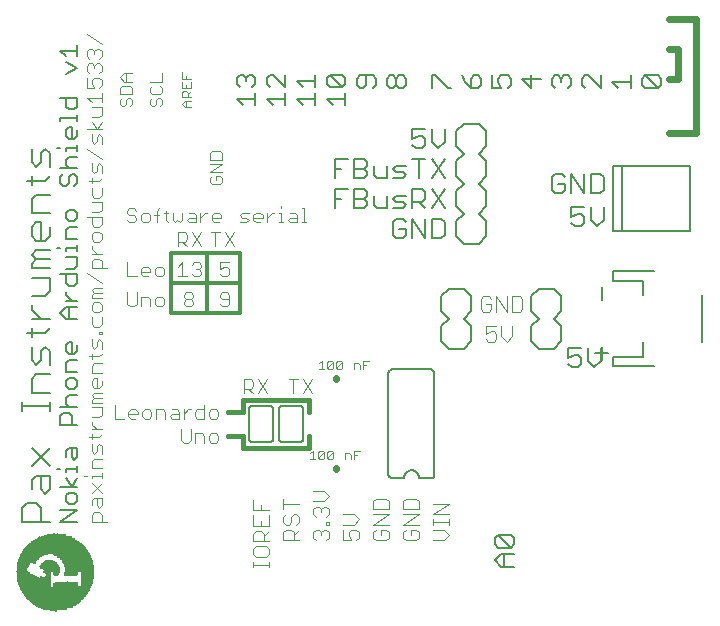
<source format=gto>
G75*
%MOIN*%
%OFA0B0*%
%FSLAX25Y25*%
%IPPOS*%
%LPD*%
%AMOC8*
5,1,8,0,0,1.08239X$1,22.5*
%
%ADD10C,0.00500*%
%ADD11C,0.00400*%
%ADD12C,0.00600*%
%ADD13C,0.00800*%
%ADD14C,0.00300*%
%ADD15C,0.02400*%
%ADD16C,0.01600*%
%ADD17C,0.01200*%
%ADD18R,0.00100X0.01600*%
%ADD19R,0.00100X0.03600*%
%ADD20R,0.00100X0.04800*%
%ADD21R,0.00100X0.05800*%
%ADD22R,0.00100X0.06600*%
%ADD23R,0.00100X0.07300*%
%ADD24R,0.00100X0.08000*%
%ADD25R,0.00100X0.08600*%
%ADD26R,0.00100X0.09100*%
%ADD27R,0.00100X0.09600*%
%ADD28R,0.00100X0.10100*%
%ADD29R,0.00100X0.10600*%
%ADD30R,0.00100X0.11000*%
%ADD31R,0.00100X0.11400*%
%ADD32R,0.00100X0.11800*%
%ADD33R,0.00100X0.12200*%
%ADD34R,0.00100X0.12600*%
%ADD35R,0.00100X0.12900*%
%ADD36R,0.00100X0.13200*%
%ADD37R,0.00100X0.13600*%
%ADD38R,0.00100X0.13800*%
%ADD39R,0.00100X0.14200*%
%ADD40R,0.00100X0.14400*%
%ADD41R,0.00100X0.14800*%
%ADD42R,0.00100X0.15000*%
%ADD43R,0.00100X0.15300*%
%ADD44R,0.00100X0.15600*%
%ADD45R,0.00100X0.15800*%
%ADD46R,0.00100X0.16100*%
%ADD47R,0.00100X0.16400*%
%ADD48R,0.00100X0.16600*%
%ADD49R,0.00100X0.16800*%
%ADD50R,0.00100X0.17000*%
%ADD51R,0.00100X0.17200*%
%ADD52R,0.00100X0.17500*%
%ADD53R,0.00100X0.17700*%
%ADD54R,0.00100X0.17900*%
%ADD55R,0.00100X0.18100*%
%ADD56R,0.00100X0.18300*%
%ADD57R,0.00100X0.18500*%
%ADD58R,0.00100X0.18700*%
%ADD59R,0.00100X0.18900*%
%ADD60R,0.00100X0.19000*%
%ADD61R,0.00100X0.04900*%
%ADD62R,0.00100X0.09300*%
%ADD63R,0.00100X0.05000*%
%ADD64R,0.00100X0.09400*%
%ADD65R,0.00100X0.05100*%
%ADD66R,0.00100X0.09500*%
%ADD67R,0.00100X0.05200*%
%ADD68R,0.00100X0.05300*%
%ADD69R,0.00100X0.09700*%
%ADD70R,0.00100X0.09800*%
%ADD71R,0.00100X0.05400*%
%ADD72R,0.00100X0.05500*%
%ADD73R,0.00100X0.09900*%
%ADD74R,0.00100X0.05600*%
%ADD75R,0.00100X0.10000*%
%ADD76R,0.00100X0.05700*%
%ADD77R,0.00100X0.10200*%
%ADD78R,0.00100X0.06900*%
%ADD79R,0.00100X0.11300*%
%ADD80R,0.00100X0.07200*%
%ADD81R,0.00100X0.11600*%
%ADD82R,0.00100X0.07400*%
%ADD83R,0.00100X0.07500*%
%ADD84R,0.00100X0.11900*%
%ADD85R,0.00100X0.07700*%
%ADD86R,0.00100X0.12000*%
%ADD87R,0.00100X0.07800*%
%ADD88R,0.00100X0.07900*%
%ADD89R,0.00100X0.12300*%
%ADD90R,0.00100X0.12400*%
%ADD91R,0.00100X0.12500*%
%ADD92R,0.00100X0.08100*%
%ADD93R,0.00100X0.08200*%
%ADD94R,0.00100X0.08300*%
%ADD95R,0.00100X0.12700*%
%ADD96R,0.00100X0.08400*%
%ADD97R,0.00100X0.12800*%
%ADD98R,0.00100X0.08500*%
%ADD99R,0.00100X0.13000*%
%ADD100R,0.00100X0.13100*%
%ADD101R,0.00100X0.08700*%
%ADD102R,0.00100X0.08800*%
%ADD103R,0.00100X0.08900*%
%ADD104R,0.00100X0.13300*%
%ADD105R,0.00100X0.13400*%
%ADD106R,0.00100X0.09000*%
%ADD107R,0.00100X0.13500*%
%ADD108R,0.00100X0.09200*%
%ADD109R,0.00100X0.13700*%
%ADD110R,0.00100X0.01100*%
%ADD111R,0.00100X0.10800*%
%ADD112R,0.00100X0.00600*%
%ADD113R,0.00100X0.10400*%
%ADD114R,0.00100X0.00300*%
%ADD115R,0.00100X0.00700*%
%ADD116R,0.00100X0.01800*%
%ADD117R,0.00100X0.02400*%
%ADD118R,0.00100X0.02800*%
%ADD119R,0.00100X0.03200*%
%ADD120R,0.00100X0.03900*%
%ADD121R,0.00100X0.04100*%
%ADD122R,0.00100X0.07600*%
%ADD123R,0.00100X0.04200*%
%ADD124R,0.00100X0.04300*%
%ADD125R,0.00100X0.04400*%
%ADD126R,0.00100X0.04500*%
%ADD127R,0.00100X0.04600*%
%ADD128R,0.00100X0.04700*%
%ADD129R,0.00100X0.07100*%
%ADD130R,0.00100X0.07000*%
%ADD131R,0.00100X0.03700*%
%ADD132R,0.00100X0.03800*%
%ADD133R,0.00100X0.06800*%
%ADD134R,0.00100X0.16900*%
%ADD135R,0.00100X0.06700*%
%ADD136R,0.00100X0.16700*%
%ADD137R,0.00100X0.16500*%
%ADD138R,0.00100X0.11700*%
%ADD139R,0.00100X0.11500*%
%ADD140R,0.00100X0.11200*%
%ADD141R,0.00100X0.11100*%
%ADD142R,0.00100X0.10900*%
%ADD143R,0.00100X0.10700*%
%ADD144R,0.00100X0.10500*%
%ADD145R,0.00100X0.04000*%
%ADD146R,0.00100X0.00500*%
%ADD147R,0.00100X0.02900*%
%ADD148R,0.00100X0.02700*%
%ADD149R,0.00100X0.02500*%
%ADD150R,0.00100X0.02300*%
%ADD151R,0.00100X0.02200*%
%ADD152R,0.00100X0.02000*%
%ADD153R,0.00100X0.01700*%
%ADD154R,0.00100X0.01500*%
%ADD155R,0.00100X0.01300*%
%ADD156R,0.00100X0.10300*%
%ADD157R,0.00100X0.00800*%
%ADD158R,0.00100X0.00200*%
%ADD159R,0.00100X0.16200*%
%ADD160R,0.00100X0.16000*%
%ADD161R,0.00100X0.15500*%
%ADD162R,0.00100X0.15200*%
%ADD163R,0.00100X0.14700*%
%ADD164R,0.00100X0.14100*%
%ADD165R,0.00100X0.06400*%
%ADD166R,0.00100X0.03100*%
%ADD167C,0.02200*%
D10*
X0080369Y0066183D02*
X0086274Y0070120D01*
X0080369Y0070120D01*
X0082337Y0073060D02*
X0083321Y0072076D01*
X0085289Y0072076D01*
X0086274Y0073060D01*
X0086274Y0075029D01*
X0085289Y0076013D01*
X0083321Y0076013D01*
X0082337Y0075029D01*
X0082337Y0073060D01*
X0084305Y0077969D02*
X0082337Y0080922D01*
X0082337Y0082880D02*
X0082337Y0083864D01*
X0086274Y0083864D01*
X0086274Y0082880D02*
X0086274Y0084848D01*
X0085289Y0086809D02*
X0084305Y0087793D01*
X0084305Y0090745D01*
X0083321Y0090745D02*
X0086274Y0090745D01*
X0086274Y0087793D01*
X0085289Y0086809D01*
X0082337Y0087793D02*
X0082337Y0089761D01*
X0083321Y0090745D01*
X0080369Y0083864D02*
X0079384Y0083864D01*
X0080369Y0077969D02*
X0086274Y0077969D01*
X0084305Y0077969D02*
X0086274Y0080922D01*
X0086274Y0066183D02*
X0080369Y0066183D01*
X0080369Y0098595D02*
X0080369Y0101547D01*
X0081353Y0102531D01*
X0083321Y0102531D01*
X0084305Y0101547D01*
X0084305Y0098595D01*
X0086274Y0098595D02*
X0080369Y0098595D01*
X0080369Y0104488D02*
X0086274Y0104488D01*
X0083321Y0104488D02*
X0082337Y0105472D01*
X0082337Y0107440D01*
X0083321Y0108424D01*
X0086274Y0108424D01*
X0085289Y0110381D02*
X0083321Y0110381D01*
X0082337Y0111365D01*
X0082337Y0113333D01*
X0083321Y0114318D01*
X0085289Y0114318D01*
X0086274Y0113333D01*
X0086274Y0111365D01*
X0085289Y0110381D01*
X0086274Y0116274D02*
X0082337Y0116274D01*
X0082337Y0119226D01*
X0083321Y0120211D01*
X0086274Y0120211D01*
X0085289Y0122167D02*
X0083321Y0122167D01*
X0082337Y0123151D01*
X0082337Y0125119D01*
X0083321Y0126104D01*
X0084305Y0126104D01*
X0084305Y0122167D01*
X0085289Y0122167D02*
X0086274Y0123151D01*
X0086274Y0125119D01*
X0086274Y0133953D02*
X0082337Y0133953D01*
X0080369Y0135921D01*
X0082337Y0137890D01*
X0086274Y0137890D01*
X0086274Y0139846D02*
X0082337Y0139846D01*
X0084305Y0139846D02*
X0082337Y0141814D01*
X0082337Y0142799D01*
X0083321Y0144757D02*
X0082337Y0145741D01*
X0082337Y0148694D01*
X0082337Y0150650D02*
X0085289Y0150650D01*
X0086274Y0151634D01*
X0086274Y0154587D01*
X0082337Y0154587D01*
X0082337Y0156543D02*
X0082337Y0157527D01*
X0086274Y0157527D01*
X0086274Y0156543D02*
X0086274Y0158511D01*
X0086274Y0160472D02*
X0082337Y0160472D01*
X0082337Y0163424D01*
X0083321Y0164408D01*
X0086274Y0164408D01*
X0085289Y0166365D02*
X0086274Y0167349D01*
X0086274Y0169317D01*
X0085289Y0170301D01*
X0083321Y0170301D01*
X0082337Y0169317D01*
X0082337Y0167349D01*
X0083321Y0166365D01*
X0085289Y0166365D01*
X0080369Y0157527D02*
X0079384Y0157527D01*
X0080369Y0148694D02*
X0086274Y0148694D01*
X0086274Y0145741D01*
X0085289Y0144757D01*
X0083321Y0144757D01*
X0083321Y0137890D02*
X0083321Y0133953D01*
X0082337Y0178151D02*
X0081353Y0178151D01*
X0080369Y0179135D01*
X0080369Y0181103D01*
X0081353Y0182087D01*
X0080369Y0184044D02*
X0086274Y0184044D01*
X0085289Y0182087D02*
X0086274Y0181103D01*
X0086274Y0179135D01*
X0085289Y0178151D01*
X0083321Y0179135D02*
X0083321Y0181103D01*
X0084305Y0182087D01*
X0085289Y0182087D01*
X0083321Y0184044D02*
X0082337Y0185028D01*
X0082337Y0186996D01*
X0083321Y0187980D01*
X0086274Y0187980D01*
X0086274Y0189937D02*
X0086274Y0191905D01*
X0086274Y0190921D02*
X0082337Y0190921D01*
X0082337Y0189937D01*
X0080369Y0190921D02*
X0079384Y0190921D01*
X0082337Y0194850D02*
X0083321Y0193866D01*
X0085289Y0193866D01*
X0086274Y0194850D01*
X0086274Y0196818D01*
X0084305Y0197802D02*
X0084305Y0193866D01*
X0082337Y0194850D02*
X0082337Y0196818D01*
X0083321Y0197802D01*
X0084305Y0197802D01*
X0086274Y0199759D02*
X0086274Y0201727D01*
X0086274Y0200743D02*
X0080369Y0200743D01*
X0080369Y0199759D01*
X0083321Y0203687D02*
X0082337Y0204671D01*
X0082337Y0207624D01*
X0080369Y0207624D02*
X0086274Y0207624D01*
X0086274Y0204671D01*
X0085289Y0203687D01*
X0083321Y0203687D01*
X0082337Y0215473D02*
X0086274Y0217442D01*
X0082337Y0219410D01*
X0082337Y0221366D02*
X0080369Y0223335D01*
X0086274Y0223335D01*
X0086274Y0225303D02*
X0086274Y0221366D01*
X0139468Y0214158D02*
X0139468Y0212123D01*
X0140486Y0211106D01*
X0142521Y0213141D02*
X0142521Y0214158D01*
X0143539Y0215176D01*
X0144556Y0215176D01*
X0145574Y0214158D01*
X0145574Y0212123D01*
X0144556Y0211106D01*
X0145574Y0209099D02*
X0145574Y0205029D01*
X0145574Y0207064D02*
X0139468Y0207064D01*
X0141503Y0205029D01*
X0149468Y0207064D02*
X0155574Y0207064D01*
X0155574Y0205029D02*
X0155574Y0209099D01*
X0155574Y0211106D02*
X0151503Y0215176D01*
X0150486Y0215176D01*
X0149468Y0214158D01*
X0149468Y0212123D01*
X0150486Y0211106D01*
X0149468Y0207064D02*
X0151503Y0205029D01*
X0155574Y0211106D02*
X0155574Y0215176D01*
X0159468Y0213141D02*
X0165574Y0213141D01*
X0165574Y0211106D02*
X0165574Y0215176D01*
X0169468Y0214158D02*
X0169468Y0212123D01*
X0170486Y0211106D01*
X0174556Y0211106D01*
X0170486Y0215176D01*
X0174556Y0215176D01*
X0175574Y0214158D01*
X0175574Y0212123D01*
X0174556Y0211106D01*
X0175574Y0209099D02*
X0175574Y0205029D01*
X0175574Y0207064D02*
X0169468Y0207064D01*
X0171503Y0205029D01*
X0165574Y0205029D02*
X0165574Y0209099D01*
X0165574Y0207064D02*
X0159468Y0207064D01*
X0161503Y0205029D01*
X0161503Y0211106D02*
X0159468Y0213141D01*
X0169468Y0214158D02*
X0170486Y0215176D01*
X0142521Y0214158D02*
X0141503Y0215176D01*
X0140486Y0215176D01*
X0139468Y0214158D01*
X0083321Y0179135D02*
X0082337Y0178151D01*
X0264728Y0184681D02*
X0264728Y0163028D01*
X0267681Y0163028D01*
X0267681Y0184681D01*
X0290319Y0184681D01*
X0290319Y0163028D01*
X0267681Y0163028D01*
X0267681Y0184681D02*
X0264728Y0184681D01*
D11*
X0233639Y0141538D02*
X0231036Y0141538D01*
X0231036Y0136333D01*
X0233639Y0136333D01*
X0234506Y0137200D01*
X0234506Y0140670D01*
X0233639Y0141538D01*
X0229350Y0141538D02*
X0229350Y0136333D01*
X0225880Y0141538D01*
X0225880Y0136333D01*
X0224193Y0137200D02*
X0224193Y0138935D01*
X0222458Y0138935D01*
X0220724Y0137200D02*
X0221591Y0136333D01*
X0223326Y0136333D01*
X0224193Y0137200D01*
X0220724Y0137200D02*
X0220724Y0140670D01*
X0221591Y0141538D01*
X0223326Y0141538D01*
X0224193Y0140670D01*
X0225880Y0131538D02*
X0222411Y0131538D01*
X0222411Y0128935D01*
X0224146Y0129803D01*
X0225013Y0129803D01*
X0225880Y0128935D01*
X0225880Y0127200D01*
X0225013Y0126333D01*
X0223278Y0126333D01*
X0222411Y0127200D01*
X0227567Y0128068D02*
X0227567Y0131538D01*
X0231037Y0131538D02*
X0231037Y0128068D01*
X0229302Y0126333D01*
X0227567Y0128068D01*
X0164397Y0113737D02*
X0161328Y0109133D01*
X0164397Y0109133D02*
X0161328Y0113737D01*
X0159793Y0113737D02*
X0156724Y0113737D01*
X0158258Y0113737D02*
X0158258Y0109133D01*
X0149397Y0109133D02*
X0146328Y0113737D01*
X0144793Y0112970D02*
X0144793Y0111435D01*
X0144026Y0110668D01*
X0141724Y0110668D01*
X0143258Y0110668D02*
X0144793Y0109133D01*
X0146328Y0109133D02*
X0149397Y0113737D01*
X0144793Y0112970D02*
X0144026Y0113737D01*
X0141724Y0113737D01*
X0141724Y0109133D01*
X0133189Y0102935D02*
X0133189Y0101400D01*
X0132422Y0100633D01*
X0130887Y0100633D01*
X0130120Y0101400D01*
X0130120Y0102935D01*
X0130887Y0103702D01*
X0132422Y0103702D01*
X0133189Y0102935D01*
X0128585Y0103702D02*
X0126283Y0103702D01*
X0125516Y0102935D01*
X0125516Y0101400D01*
X0126283Y0100633D01*
X0128585Y0100633D01*
X0128585Y0105237D01*
X0123981Y0103702D02*
X0123214Y0103702D01*
X0121679Y0102168D01*
X0121679Y0103702D02*
X0121679Y0100633D01*
X0120144Y0100633D02*
X0120144Y0102935D01*
X0119377Y0103702D01*
X0117842Y0103702D01*
X0117842Y0102168D02*
X0120144Y0102168D01*
X0120144Y0100633D02*
X0117842Y0100633D01*
X0117075Y0101400D01*
X0117842Y0102168D01*
X0115541Y0102935D02*
X0115541Y0100633D01*
X0115541Y0102935D02*
X0114773Y0103702D01*
X0112471Y0103702D01*
X0112471Y0100633D01*
X0110937Y0101400D02*
X0110937Y0102935D01*
X0110169Y0103702D01*
X0108635Y0103702D01*
X0107867Y0102935D01*
X0107867Y0101400D01*
X0108635Y0100633D01*
X0110169Y0100633D01*
X0110937Y0101400D01*
X0106333Y0102168D02*
X0103263Y0102168D01*
X0103263Y0102935D02*
X0104031Y0103702D01*
X0105565Y0103702D01*
X0106333Y0102935D01*
X0106333Y0102168D01*
X0105565Y0100633D02*
X0104031Y0100633D01*
X0103263Y0101400D01*
X0103263Y0102935D01*
X0101729Y0100633D02*
X0098659Y0100633D01*
X0098659Y0105237D01*
X0094324Y0105988D02*
X0091054Y0105988D01*
X0091054Y0106805D01*
X0091872Y0107622D01*
X0091054Y0108440D01*
X0091872Y0109257D01*
X0094324Y0109257D01*
X0094324Y0107622D02*
X0091872Y0107622D01*
X0091872Y0110868D02*
X0091054Y0111685D01*
X0091054Y0113320D01*
X0091872Y0114137D01*
X0092689Y0114137D01*
X0092689Y0110868D01*
X0093506Y0110868D02*
X0091872Y0110868D01*
X0093506Y0110868D02*
X0094324Y0111685D01*
X0094324Y0113320D01*
X0094324Y0115748D02*
X0091054Y0115748D01*
X0091054Y0118200D01*
X0091872Y0119018D01*
X0094324Y0119018D01*
X0093506Y0121446D02*
X0090237Y0121446D01*
X0091054Y0122263D02*
X0091054Y0120628D01*
X0093506Y0121446D02*
X0094324Y0122263D01*
X0094324Y0123882D02*
X0094324Y0126334D01*
X0093506Y0127151D01*
X0092689Y0126334D01*
X0092689Y0124699D01*
X0091872Y0123882D01*
X0091054Y0124699D01*
X0091054Y0127151D01*
X0093506Y0128762D02*
X0093506Y0129579D01*
X0094324Y0129579D01*
X0094324Y0128762D01*
X0093506Y0128762D01*
X0093506Y0131202D02*
X0094324Y0132019D01*
X0094324Y0134471D01*
X0093506Y0136082D02*
X0094324Y0136899D01*
X0094324Y0138534D01*
X0093506Y0139352D01*
X0091872Y0139352D01*
X0091054Y0138534D01*
X0091054Y0136899D01*
X0091872Y0136082D01*
X0093506Y0136082D01*
X0091054Y0134471D02*
X0091054Y0132019D01*
X0091872Y0131202D01*
X0093506Y0131202D01*
X0102912Y0138900D02*
X0103679Y0138133D01*
X0105214Y0138133D01*
X0105981Y0138900D01*
X0105981Y0142737D01*
X0107516Y0141202D02*
X0109818Y0141202D01*
X0110585Y0140435D01*
X0110585Y0138133D01*
X0112120Y0138900D02*
X0112120Y0140435D01*
X0112887Y0141202D01*
X0114422Y0141202D01*
X0115189Y0140435D01*
X0115189Y0138900D01*
X0114422Y0138133D01*
X0112887Y0138133D01*
X0112120Y0138900D01*
X0107516Y0138133D02*
X0107516Y0141202D01*
X0102912Y0142737D02*
X0102912Y0138900D01*
X0094324Y0140962D02*
X0091054Y0140962D01*
X0091054Y0141780D01*
X0091872Y0142597D01*
X0091054Y0143414D01*
X0091872Y0144232D01*
X0094324Y0144232D01*
X0094324Y0145842D02*
X0089419Y0149112D01*
X0091054Y0150723D02*
X0091054Y0153175D01*
X0091872Y0153992D01*
X0093506Y0153992D01*
X0094324Y0153175D01*
X0094324Y0150723D01*
X0095958Y0150723D02*
X0091054Y0150723D01*
X0091054Y0155603D02*
X0094324Y0155603D01*
X0092689Y0155603D02*
X0091054Y0157238D01*
X0091054Y0158055D01*
X0091872Y0159670D02*
X0091054Y0160487D01*
X0091054Y0162122D01*
X0091872Y0162939D01*
X0093506Y0162939D01*
X0094324Y0162122D01*
X0094324Y0160487D01*
X0093506Y0159670D01*
X0091872Y0159670D01*
X0091872Y0164550D02*
X0091054Y0165367D01*
X0091054Y0167819D01*
X0091054Y0169430D02*
X0093506Y0169430D01*
X0094324Y0170247D01*
X0094324Y0172699D01*
X0091054Y0172699D01*
X0091872Y0174310D02*
X0091054Y0175127D01*
X0091054Y0177580D01*
X0091054Y0179190D02*
X0091054Y0180825D01*
X0090237Y0180008D02*
X0093506Y0180008D01*
X0094324Y0180825D01*
X0094324Y0182444D02*
X0094324Y0184896D01*
X0093506Y0185713D01*
X0092689Y0184896D01*
X0092689Y0183261D01*
X0091872Y0182444D01*
X0091054Y0183261D01*
X0091054Y0185713D01*
X0094324Y0187324D02*
X0089419Y0190593D01*
X0091054Y0193021D02*
X0091054Y0195474D01*
X0092689Y0194656D02*
X0092689Y0193021D01*
X0091872Y0192204D01*
X0091054Y0193021D01*
X0092689Y0194656D02*
X0093506Y0195474D01*
X0094324Y0194656D01*
X0094324Y0192204D01*
X0094324Y0197084D02*
X0089419Y0197084D01*
X0091054Y0199536D02*
X0092689Y0197084D01*
X0094324Y0199536D01*
X0093506Y0201151D02*
X0094324Y0201968D01*
X0094324Y0204420D01*
X0091054Y0204420D01*
X0091054Y0206031D02*
X0089419Y0207666D01*
X0094324Y0207666D01*
X0094324Y0206031D02*
X0094324Y0209301D01*
X0093506Y0210911D02*
X0094324Y0211729D01*
X0094324Y0213363D01*
X0093506Y0214181D01*
X0091872Y0214181D01*
X0091054Y0213363D01*
X0091054Y0212546D01*
X0091872Y0210911D01*
X0089419Y0210911D01*
X0089419Y0214181D01*
X0090237Y0215792D02*
X0089419Y0216609D01*
X0089419Y0218244D01*
X0090237Y0219061D01*
X0091054Y0219061D01*
X0091872Y0218244D01*
X0092689Y0219061D01*
X0093506Y0219061D01*
X0094324Y0218244D01*
X0094324Y0216609D01*
X0093506Y0215792D01*
X0091872Y0217426D02*
X0091872Y0218244D01*
X0093506Y0220672D02*
X0094324Y0221489D01*
X0094324Y0223124D01*
X0093506Y0223941D01*
X0092689Y0223941D01*
X0091872Y0223124D01*
X0091872Y0222306D01*
X0091872Y0223124D02*
X0091054Y0223941D01*
X0090237Y0223941D01*
X0089419Y0223124D01*
X0089419Y0221489D01*
X0090237Y0220672D01*
X0094324Y0225552D02*
X0089419Y0228821D01*
X0101838Y0215725D02*
X0100470Y0214357D01*
X0101838Y0212990D01*
X0104574Y0212990D01*
X0103890Y0211582D02*
X0101154Y0211582D01*
X0100470Y0210898D01*
X0100470Y0208846D01*
X0104574Y0208846D01*
X0104574Y0210898D01*
X0103890Y0211582D01*
X0102522Y0212990D02*
X0102522Y0215725D01*
X0101838Y0215725D02*
X0104574Y0215725D01*
X0110470Y0212990D02*
X0114574Y0212990D01*
X0114574Y0215725D01*
X0113890Y0211582D02*
X0114574Y0210898D01*
X0114574Y0209530D01*
X0113890Y0208846D01*
X0111154Y0208846D01*
X0110470Y0209530D01*
X0110470Y0210898D01*
X0111154Y0211582D01*
X0111154Y0207438D02*
X0110470Y0206754D01*
X0110470Y0205386D01*
X0111154Y0204702D01*
X0111838Y0204702D01*
X0112522Y0205386D01*
X0112522Y0206754D01*
X0113206Y0207438D01*
X0113890Y0207438D01*
X0114574Y0206754D01*
X0114574Y0205386D01*
X0113890Y0204702D01*
X0104574Y0205386D02*
X0103890Y0204702D01*
X0104574Y0205386D02*
X0104574Y0206754D01*
X0103890Y0207438D01*
X0103206Y0207438D01*
X0102522Y0206754D01*
X0102522Y0205386D01*
X0101838Y0204702D01*
X0101154Y0204702D01*
X0100470Y0205386D01*
X0100470Y0206754D01*
X0101154Y0207438D01*
X0093506Y0201151D02*
X0091054Y0201151D01*
X0094324Y0177580D02*
X0094324Y0175127D01*
X0093506Y0174310D01*
X0091872Y0174310D01*
X0094324Y0167819D02*
X0089419Y0167819D01*
X0091872Y0164550D02*
X0093506Y0164550D01*
X0094324Y0165367D01*
X0094324Y0167819D01*
X0102724Y0166900D02*
X0103491Y0166133D01*
X0105026Y0166133D01*
X0105793Y0166900D01*
X0105793Y0167668D01*
X0105026Y0168435D01*
X0103491Y0168435D01*
X0102724Y0169202D01*
X0102724Y0169970D01*
X0103491Y0170737D01*
X0105026Y0170737D01*
X0105793Y0169970D01*
X0107328Y0168435D02*
X0107328Y0166900D01*
X0108095Y0166133D01*
X0109630Y0166133D01*
X0110397Y0166900D01*
X0110397Y0168435D01*
X0109630Y0169202D01*
X0108095Y0169202D01*
X0107328Y0168435D01*
X0111931Y0168435D02*
X0113466Y0168435D01*
X0112699Y0169970D02*
X0112699Y0166133D01*
X0115768Y0166900D02*
X0116535Y0166133D01*
X0115768Y0166900D02*
X0115768Y0169970D01*
X0115001Y0169202D02*
X0116535Y0169202D01*
X0118070Y0169202D02*
X0118070Y0166900D01*
X0118837Y0166133D01*
X0119605Y0166900D01*
X0120372Y0166133D01*
X0121139Y0166900D01*
X0121139Y0169202D01*
X0123441Y0169202D02*
X0124976Y0169202D01*
X0125743Y0168435D01*
X0125743Y0166133D01*
X0123441Y0166133D01*
X0122674Y0166900D01*
X0123441Y0167668D01*
X0125743Y0167668D01*
X0127278Y0167668D02*
X0128813Y0169202D01*
X0129580Y0169202D01*
X0131114Y0168435D02*
X0131882Y0169202D01*
X0133416Y0169202D01*
X0134184Y0168435D01*
X0134184Y0167668D01*
X0131114Y0167668D01*
X0131114Y0168435D02*
X0131114Y0166900D01*
X0131882Y0166133D01*
X0133416Y0166133D01*
X0133793Y0162737D02*
X0130724Y0162737D01*
X0132258Y0162737D02*
X0132258Y0158133D01*
X0135328Y0158133D02*
X0138397Y0162737D01*
X0135328Y0162737D02*
X0138397Y0158133D01*
X0136793Y0152737D02*
X0133724Y0152737D01*
X0133724Y0150435D01*
X0135258Y0151202D01*
X0136026Y0151202D01*
X0136793Y0150435D01*
X0136793Y0148900D01*
X0136026Y0148133D01*
X0134491Y0148133D01*
X0133724Y0148900D01*
X0127397Y0148900D02*
X0127397Y0149668D01*
X0126630Y0150435D01*
X0125862Y0150435D01*
X0126630Y0150435D02*
X0127397Y0151202D01*
X0127397Y0151970D01*
X0126630Y0152737D01*
X0125095Y0152737D01*
X0124328Y0151970D01*
X0121258Y0152737D02*
X0121258Y0148133D01*
X0119724Y0148133D02*
X0122793Y0148133D01*
X0124328Y0148900D02*
X0125095Y0148133D01*
X0126630Y0148133D01*
X0127397Y0148900D01*
X0124026Y0142737D02*
X0124793Y0141970D01*
X0124793Y0141202D01*
X0124026Y0140435D01*
X0122491Y0140435D01*
X0121724Y0141202D01*
X0121724Y0141970D01*
X0122491Y0142737D01*
X0124026Y0142737D01*
X0124026Y0140435D02*
X0124793Y0139668D01*
X0124793Y0138900D01*
X0124026Y0138133D01*
X0122491Y0138133D01*
X0121724Y0138900D01*
X0121724Y0139668D01*
X0122491Y0140435D01*
X0114422Y0148133D02*
X0112887Y0148133D01*
X0112120Y0148900D01*
X0112120Y0150435D01*
X0112887Y0151202D01*
X0114422Y0151202D01*
X0115189Y0150435D01*
X0115189Y0148900D01*
X0114422Y0148133D01*
X0119724Y0151202D02*
X0121258Y0152737D01*
X0119724Y0158133D02*
X0119724Y0162737D01*
X0122026Y0162737D01*
X0122793Y0161970D01*
X0122793Y0160435D01*
X0122026Y0159668D01*
X0119724Y0159668D01*
X0121258Y0159668D02*
X0122793Y0158133D01*
X0124328Y0158133D02*
X0127397Y0162737D01*
X0124328Y0162737D02*
X0127397Y0158133D01*
X0127278Y0166133D02*
X0127278Y0169202D01*
X0131154Y0178702D02*
X0133890Y0178702D01*
X0134574Y0179386D01*
X0134574Y0180754D01*
X0133890Y0181438D01*
X0132522Y0181438D01*
X0132522Y0180070D01*
X0131154Y0178702D02*
X0130470Y0179386D01*
X0130470Y0180754D01*
X0131154Y0181438D01*
X0130470Y0182846D02*
X0134574Y0185582D01*
X0130470Y0185582D01*
X0130470Y0186990D02*
X0130470Y0189041D01*
X0131154Y0189725D01*
X0133890Y0189725D01*
X0134574Y0189041D01*
X0134574Y0186990D01*
X0130470Y0186990D01*
X0130470Y0182846D02*
X0134574Y0182846D01*
X0141090Y0169202D02*
X0140322Y0168435D01*
X0141090Y0167668D01*
X0142624Y0167668D01*
X0143392Y0166900D01*
X0142624Y0166133D01*
X0140322Y0166133D01*
X0141090Y0169202D02*
X0143392Y0169202D01*
X0144926Y0168435D02*
X0145694Y0169202D01*
X0147228Y0169202D01*
X0147996Y0168435D01*
X0147996Y0167668D01*
X0144926Y0167668D01*
X0144926Y0168435D02*
X0144926Y0166900D01*
X0145694Y0166133D01*
X0147228Y0166133D01*
X0149530Y0166133D02*
X0149530Y0169202D01*
X0149530Y0167668D02*
X0151065Y0169202D01*
X0151832Y0169202D01*
X0153367Y0169202D02*
X0154134Y0169202D01*
X0154134Y0166133D01*
X0153367Y0166133D02*
X0154901Y0166133D01*
X0156436Y0166900D02*
X0157203Y0167668D01*
X0159505Y0167668D01*
X0159505Y0168435D02*
X0159505Y0166133D01*
X0157203Y0166133D01*
X0156436Y0166900D01*
X0157203Y0169202D02*
X0158738Y0169202D01*
X0159505Y0168435D01*
X0161040Y0166133D02*
X0162575Y0166133D01*
X0161807Y0166133D02*
X0161807Y0170737D01*
X0161040Y0170737D01*
X0154134Y0170737D02*
X0154134Y0171504D01*
X0136026Y0142737D02*
X0134491Y0142737D01*
X0133724Y0141970D01*
X0133724Y0141202D01*
X0134491Y0140435D01*
X0136793Y0140435D01*
X0136793Y0138900D02*
X0136793Y0141970D01*
X0136026Y0142737D01*
X0136793Y0138900D02*
X0136026Y0138133D01*
X0134491Y0138133D01*
X0133724Y0138900D01*
X0110585Y0149668D02*
X0107516Y0149668D01*
X0107516Y0150435D02*
X0108283Y0151202D01*
X0109818Y0151202D01*
X0110585Y0150435D01*
X0110585Y0149668D01*
X0109818Y0148133D02*
X0108283Y0148133D01*
X0107516Y0148900D01*
X0107516Y0150435D01*
X0105981Y0148133D02*
X0102912Y0148133D01*
X0102912Y0152737D01*
X0094324Y0142597D02*
X0091872Y0142597D01*
X0112699Y0169970D02*
X0113466Y0170737D01*
X0094324Y0104377D02*
X0091054Y0104377D01*
X0091054Y0101108D02*
X0093506Y0101108D01*
X0094324Y0101925D01*
X0094324Y0104377D01*
X0091054Y0099493D02*
X0091054Y0098676D01*
X0092689Y0097041D01*
X0094324Y0097041D02*
X0091054Y0097041D01*
X0091054Y0095422D02*
X0091054Y0093787D01*
X0090237Y0094605D02*
X0093506Y0094605D01*
X0094324Y0095422D01*
X0093506Y0092177D02*
X0092689Y0091359D01*
X0092689Y0089725D01*
X0091872Y0088907D01*
X0091054Y0089725D01*
X0091054Y0092177D01*
X0093506Y0092177D02*
X0094324Y0091359D01*
X0094324Y0088907D01*
X0094324Y0087296D02*
X0091872Y0087296D01*
X0091054Y0086479D01*
X0091054Y0084027D01*
X0094324Y0084027D01*
X0094324Y0082408D02*
X0094324Y0080774D01*
X0094324Y0081591D02*
X0091054Y0081591D01*
X0091054Y0080774D01*
X0091054Y0079163D02*
X0094324Y0075893D01*
X0094324Y0074283D02*
X0094324Y0071831D01*
X0093506Y0071013D01*
X0092689Y0071831D01*
X0092689Y0074283D01*
X0091872Y0074283D02*
X0094324Y0074283D01*
X0091872Y0074283D02*
X0091054Y0073465D01*
X0091054Y0071831D01*
X0091872Y0069403D02*
X0091054Y0068585D01*
X0091054Y0066133D01*
X0095958Y0066133D01*
X0094324Y0066133D02*
X0094324Y0068585D01*
X0093506Y0069403D01*
X0091872Y0069403D01*
X0091054Y0075893D02*
X0094324Y0079163D01*
X0089419Y0081591D02*
X0088602Y0081591D01*
X0120912Y0093400D02*
X0121679Y0092633D01*
X0123214Y0092633D01*
X0123981Y0093400D01*
X0123981Y0097237D01*
X0125516Y0095702D02*
X0127818Y0095702D01*
X0128585Y0094935D01*
X0128585Y0092633D01*
X0130120Y0093400D02*
X0130887Y0092633D01*
X0132422Y0092633D01*
X0133189Y0093400D01*
X0133189Y0094935D01*
X0132422Y0095702D01*
X0130887Y0095702D01*
X0130120Y0094935D01*
X0130120Y0093400D01*
X0125516Y0092633D02*
X0125516Y0095702D01*
X0120912Y0097237D02*
X0120912Y0093400D01*
X0144919Y0073509D02*
X0144919Y0070040D01*
X0150124Y0070040D01*
X0150124Y0068353D02*
X0150124Y0064883D01*
X0144919Y0064883D01*
X0144919Y0068353D01*
X0147521Y0070040D02*
X0147521Y0071775D01*
X0147521Y0066618D02*
X0147521Y0064883D01*
X0147521Y0063197D02*
X0145787Y0063197D01*
X0144919Y0062329D01*
X0144919Y0059727D01*
X0150124Y0059727D01*
X0148389Y0059727D02*
X0148389Y0062329D01*
X0147521Y0063197D01*
X0148389Y0061462D02*
X0150124Y0063197D01*
X0154919Y0062735D02*
X0154919Y0060133D01*
X0160124Y0060133D01*
X0158389Y0060133D02*
X0158389Y0062735D01*
X0157521Y0063603D01*
X0155787Y0063603D01*
X0154919Y0062735D01*
X0155787Y0065289D02*
X0156654Y0065289D01*
X0157521Y0066157D01*
X0157521Y0067892D01*
X0158389Y0068759D01*
X0159256Y0068759D01*
X0160124Y0067892D01*
X0160124Y0066157D01*
X0159256Y0065289D01*
X0160124Y0063603D02*
X0158389Y0061868D01*
X0155787Y0065289D02*
X0154919Y0066157D01*
X0154919Y0067892D01*
X0155787Y0068759D01*
X0154919Y0070446D02*
X0154919Y0073915D01*
X0154919Y0072181D02*
X0160124Y0072181D01*
X0164919Y0073024D02*
X0168389Y0073024D01*
X0170124Y0074759D01*
X0168389Y0076494D01*
X0164919Y0076494D01*
X0165787Y0071337D02*
X0166654Y0071337D01*
X0167521Y0070470D01*
X0168389Y0071337D01*
X0169256Y0071337D01*
X0170124Y0070470D01*
X0170124Y0068735D01*
X0169256Y0067868D01*
X0169256Y0066157D02*
X0170124Y0066157D01*
X0170124Y0065289D01*
X0169256Y0065289D01*
X0169256Y0066157D01*
X0169256Y0063603D02*
X0170124Y0062735D01*
X0170124Y0061000D01*
X0169256Y0060133D01*
X0167521Y0061868D02*
X0167521Y0062735D01*
X0168389Y0063603D01*
X0169256Y0063603D01*
X0167521Y0062735D02*
X0166654Y0063603D01*
X0165787Y0063603D01*
X0164919Y0062735D01*
X0164919Y0061000D01*
X0165787Y0060133D01*
X0165787Y0067868D02*
X0164919Y0068735D01*
X0164919Y0070470D01*
X0165787Y0071337D01*
X0167521Y0070470D02*
X0167521Y0069602D01*
X0174919Y0068759D02*
X0178389Y0068759D01*
X0180124Y0067024D01*
X0178389Y0065289D01*
X0174919Y0065289D01*
X0174919Y0063603D02*
X0174919Y0060133D01*
X0177521Y0060133D01*
X0176654Y0061868D01*
X0176654Y0062735D01*
X0177521Y0063603D01*
X0179256Y0063603D01*
X0180124Y0062735D01*
X0180124Y0061000D01*
X0179256Y0060133D01*
X0184919Y0061000D02*
X0185787Y0060133D01*
X0189256Y0060133D01*
X0190124Y0061000D01*
X0190124Y0062735D01*
X0189256Y0063603D01*
X0187521Y0063603D01*
X0187521Y0061868D01*
X0185787Y0063603D02*
X0184919Y0062735D01*
X0184919Y0061000D01*
X0184919Y0065289D02*
X0190124Y0068759D01*
X0184919Y0068759D01*
X0184919Y0070446D02*
X0184919Y0073048D01*
X0185787Y0073915D01*
X0189256Y0073915D01*
X0190124Y0073048D01*
X0190124Y0070446D01*
X0184919Y0070446D01*
X0184919Y0065289D02*
X0190124Y0065289D01*
X0194919Y0065289D02*
X0200124Y0068759D01*
X0194919Y0068759D01*
X0194919Y0070446D02*
X0194919Y0073048D01*
X0195787Y0073915D01*
X0199256Y0073915D01*
X0200124Y0073048D01*
X0200124Y0070446D01*
X0194919Y0070446D01*
X0194919Y0065289D02*
X0200124Y0065289D01*
X0199256Y0063603D02*
X0197521Y0063603D01*
X0197521Y0061868D01*
X0195787Y0063603D02*
X0194919Y0062735D01*
X0194919Y0061000D01*
X0195787Y0060133D01*
X0199256Y0060133D01*
X0200124Y0061000D01*
X0200124Y0062735D01*
X0199256Y0063603D01*
X0204919Y0063603D02*
X0208389Y0063603D01*
X0210124Y0061868D01*
X0208389Y0060133D01*
X0204919Y0060133D01*
X0204919Y0065289D02*
X0204919Y0067024D01*
X0204919Y0066157D02*
X0210124Y0066157D01*
X0210124Y0067024D02*
X0210124Y0065289D01*
X0210124Y0068727D02*
X0204919Y0068727D01*
X0210124Y0072197D01*
X0204919Y0072197D01*
X0150124Y0057173D02*
X0149256Y0058040D01*
X0145787Y0058040D01*
X0144919Y0057173D01*
X0144919Y0055438D01*
X0145787Y0054571D01*
X0149256Y0054571D01*
X0150124Y0055438D01*
X0150124Y0057173D01*
X0150124Y0052868D02*
X0150124Y0051133D01*
X0150124Y0052000D02*
X0144919Y0052000D01*
X0144919Y0051133D02*
X0144919Y0052868D01*
D12*
X0144524Y0092933D02*
X0150524Y0092933D01*
X0150584Y0092935D01*
X0150645Y0092940D01*
X0150704Y0092949D01*
X0150763Y0092962D01*
X0150822Y0092978D01*
X0150879Y0092998D01*
X0150934Y0093021D01*
X0150989Y0093048D01*
X0151041Y0093077D01*
X0151092Y0093110D01*
X0151141Y0093146D01*
X0151187Y0093184D01*
X0151231Y0093226D01*
X0151273Y0093270D01*
X0151311Y0093316D01*
X0151347Y0093365D01*
X0151380Y0093416D01*
X0151409Y0093468D01*
X0151436Y0093523D01*
X0151459Y0093578D01*
X0151479Y0093635D01*
X0151495Y0093694D01*
X0151508Y0093753D01*
X0151517Y0093812D01*
X0151522Y0093873D01*
X0151524Y0093933D01*
X0151524Y0103933D01*
X0151522Y0103993D01*
X0151517Y0104054D01*
X0151508Y0104113D01*
X0151495Y0104172D01*
X0151479Y0104231D01*
X0151459Y0104288D01*
X0151436Y0104343D01*
X0151409Y0104398D01*
X0151380Y0104450D01*
X0151347Y0104501D01*
X0151311Y0104550D01*
X0151273Y0104596D01*
X0151231Y0104640D01*
X0151187Y0104682D01*
X0151141Y0104720D01*
X0151092Y0104756D01*
X0151041Y0104789D01*
X0150989Y0104818D01*
X0150934Y0104845D01*
X0150879Y0104868D01*
X0150822Y0104888D01*
X0150763Y0104904D01*
X0150704Y0104917D01*
X0150645Y0104926D01*
X0150584Y0104931D01*
X0150524Y0104933D01*
X0144524Y0104933D01*
X0144464Y0104931D01*
X0144403Y0104926D01*
X0144344Y0104917D01*
X0144285Y0104904D01*
X0144226Y0104888D01*
X0144169Y0104868D01*
X0144114Y0104845D01*
X0144059Y0104818D01*
X0144007Y0104789D01*
X0143956Y0104756D01*
X0143907Y0104720D01*
X0143861Y0104682D01*
X0143817Y0104640D01*
X0143775Y0104596D01*
X0143737Y0104550D01*
X0143701Y0104501D01*
X0143668Y0104450D01*
X0143639Y0104398D01*
X0143612Y0104343D01*
X0143589Y0104288D01*
X0143569Y0104231D01*
X0143553Y0104172D01*
X0143540Y0104113D01*
X0143531Y0104054D01*
X0143526Y0103993D01*
X0143524Y0103933D01*
X0143524Y0093933D01*
X0143526Y0093873D01*
X0143531Y0093812D01*
X0143540Y0093753D01*
X0143553Y0093694D01*
X0143569Y0093635D01*
X0143589Y0093578D01*
X0143612Y0093523D01*
X0143639Y0093468D01*
X0143668Y0093416D01*
X0143701Y0093365D01*
X0143737Y0093316D01*
X0143775Y0093270D01*
X0143817Y0093226D01*
X0143861Y0093184D01*
X0143907Y0093146D01*
X0143956Y0093110D01*
X0144007Y0093077D01*
X0144059Y0093048D01*
X0144114Y0093021D01*
X0144169Y0092998D01*
X0144226Y0092978D01*
X0144285Y0092962D01*
X0144344Y0092949D01*
X0144403Y0092940D01*
X0144464Y0092935D01*
X0144524Y0092933D01*
X0153524Y0093933D02*
X0153524Y0103933D01*
X0153526Y0103993D01*
X0153531Y0104054D01*
X0153540Y0104113D01*
X0153553Y0104172D01*
X0153569Y0104231D01*
X0153589Y0104288D01*
X0153612Y0104343D01*
X0153639Y0104398D01*
X0153668Y0104450D01*
X0153701Y0104501D01*
X0153737Y0104550D01*
X0153775Y0104596D01*
X0153817Y0104640D01*
X0153861Y0104682D01*
X0153907Y0104720D01*
X0153956Y0104756D01*
X0154007Y0104789D01*
X0154059Y0104818D01*
X0154114Y0104845D01*
X0154169Y0104868D01*
X0154226Y0104888D01*
X0154285Y0104904D01*
X0154344Y0104917D01*
X0154403Y0104926D01*
X0154464Y0104931D01*
X0154524Y0104933D01*
X0160524Y0104933D01*
X0160584Y0104931D01*
X0160645Y0104926D01*
X0160704Y0104917D01*
X0160763Y0104904D01*
X0160822Y0104888D01*
X0160879Y0104868D01*
X0160934Y0104845D01*
X0160989Y0104818D01*
X0161041Y0104789D01*
X0161092Y0104756D01*
X0161141Y0104720D01*
X0161187Y0104682D01*
X0161231Y0104640D01*
X0161273Y0104596D01*
X0161311Y0104550D01*
X0161347Y0104501D01*
X0161380Y0104450D01*
X0161409Y0104398D01*
X0161436Y0104343D01*
X0161459Y0104288D01*
X0161479Y0104231D01*
X0161495Y0104172D01*
X0161508Y0104113D01*
X0161517Y0104054D01*
X0161522Y0103993D01*
X0161524Y0103933D01*
X0161524Y0093933D01*
X0161522Y0093873D01*
X0161517Y0093812D01*
X0161508Y0093753D01*
X0161495Y0093694D01*
X0161479Y0093635D01*
X0161459Y0093578D01*
X0161436Y0093523D01*
X0161409Y0093468D01*
X0161380Y0093416D01*
X0161347Y0093365D01*
X0161311Y0093316D01*
X0161273Y0093270D01*
X0161231Y0093226D01*
X0161187Y0093184D01*
X0161141Y0093146D01*
X0161092Y0093110D01*
X0161041Y0093077D01*
X0160989Y0093048D01*
X0160934Y0093021D01*
X0160879Y0092998D01*
X0160822Y0092978D01*
X0160763Y0092962D01*
X0160704Y0092949D01*
X0160645Y0092940D01*
X0160584Y0092935D01*
X0160524Y0092933D01*
X0154524Y0092933D01*
X0154464Y0092935D01*
X0154403Y0092940D01*
X0154344Y0092949D01*
X0154285Y0092962D01*
X0154226Y0092978D01*
X0154169Y0092998D01*
X0154114Y0093021D01*
X0154059Y0093048D01*
X0154007Y0093077D01*
X0153956Y0093110D01*
X0153907Y0093146D01*
X0153861Y0093184D01*
X0153817Y0093226D01*
X0153775Y0093270D01*
X0153737Y0093316D01*
X0153701Y0093365D01*
X0153668Y0093416D01*
X0153639Y0093468D01*
X0153612Y0093523D01*
X0153589Y0093578D01*
X0153569Y0093635D01*
X0153553Y0093694D01*
X0153540Y0093753D01*
X0153531Y0093812D01*
X0153526Y0093873D01*
X0153524Y0093933D01*
X0225318Y0060881D02*
X0225318Y0058746D01*
X0226386Y0057679D01*
X0230656Y0057679D01*
X0226386Y0061949D01*
X0230656Y0061949D01*
X0231724Y0060881D01*
X0231724Y0058746D01*
X0230656Y0057679D01*
X0231724Y0055503D02*
X0227453Y0055503D01*
X0225318Y0053368D01*
X0227453Y0051233D01*
X0231724Y0051233D01*
X0228521Y0051233D02*
X0228521Y0055503D01*
X0225318Y0060881D02*
X0226386Y0061949D01*
X0251000Y0117733D02*
X0249933Y0118801D01*
X0251000Y0117733D02*
X0253135Y0117733D01*
X0254203Y0118801D01*
X0254203Y0120936D01*
X0253135Y0122003D01*
X0252068Y0122003D01*
X0249933Y0120936D01*
X0249933Y0124139D01*
X0254203Y0124139D01*
X0256378Y0124139D02*
X0256378Y0119868D01*
X0258513Y0117733D01*
X0260648Y0119868D01*
X0260648Y0124139D01*
X0261021Y0124558D02*
X0261021Y0120288D01*
X0258886Y0122423D02*
X0263156Y0122423D01*
X0261021Y0140288D02*
X0261021Y0144558D01*
X0259513Y0164733D02*
X0261648Y0166868D01*
X0261648Y0171139D01*
X0257378Y0171139D02*
X0257378Y0166868D01*
X0259513Y0164733D01*
X0255203Y0165801D02*
X0255203Y0167936D01*
X0254135Y0169003D01*
X0253068Y0169003D01*
X0250933Y0167936D01*
X0250933Y0171139D01*
X0255203Y0171139D01*
X0255203Y0175733D02*
X0255203Y0182139D01*
X0257378Y0182139D02*
X0260581Y0182139D01*
X0261648Y0181071D01*
X0261648Y0176801D01*
X0260581Y0175733D01*
X0257378Y0175733D01*
X0257378Y0182139D01*
X0250933Y0182139D02*
X0255203Y0175733D01*
X0250933Y0175733D02*
X0250933Y0182139D01*
X0248757Y0181071D02*
X0247690Y0182139D01*
X0245555Y0182139D01*
X0244487Y0181071D01*
X0244487Y0176801D01*
X0245555Y0175733D01*
X0247690Y0175733D01*
X0248757Y0176801D01*
X0248757Y0178936D01*
X0246622Y0178936D01*
X0250933Y0165801D02*
X0252000Y0164733D01*
X0254135Y0164733D01*
X0255203Y0165801D01*
X0208648Y0166071D02*
X0208648Y0161801D01*
X0207581Y0160733D01*
X0204378Y0160733D01*
X0204378Y0167139D01*
X0207581Y0167139D01*
X0208648Y0166071D01*
X0208648Y0170733D02*
X0204378Y0177139D01*
X0202203Y0176071D02*
X0202203Y0173936D01*
X0201135Y0172868D01*
X0197933Y0172868D01*
X0200068Y0172868D02*
X0202203Y0170733D01*
X0204378Y0170733D02*
X0208648Y0177139D01*
X0208648Y0180733D02*
X0204378Y0187139D01*
X0202203Y0187139D02*
X0197933Y0187139D01*
X0200068Y0187139D02*
X0200068Y0180733D01*
X0201135Y0177139D02*
X0197933Y0177139D01*
X0197933Y0170733D01*
X0195757Y0171801D02*
X0194690Y0172868D01*
X0192555Y0172868D01*
X0191487Y0173936D01*
X0192555Y0175003D01*
X0195757Y0175003D01*
X0195757Y0171801D02*
X0194690Y0170733D01*
X0191487Y0170733D01*
X0189312Y0170733D02*
X0189312Y0175003D01*
X0185042Y0175003D02*
X0185042Y0171801D01*
X0186109Y0170733D01*
X0189312Y0170733D01*
X0192555Y0167139D02*
X0191487Y0166071D01*
X0191487Y0161801D01*
X0192555Y0160733D01*
X0194690Y0160733D01*
X0195757Y0161801D01*
X0195757Y0163936D01*
X0193622Y0163936D01*
X0195757Y0166071D02*
X0194690Y0167139D01*
X0192555Y0167139D01*
X0197933Y0167139D02*
X0202203Y0160733D01*
X0202203Y0167139D01*
X0197933Y0167139D02*
X0197933Y0160733D01*
X0182866Y0171801D02*
X0181799Y0170733D01*
X0178596Y0170733D01*
X0178596Y0177139D01*
X0181799Y0177139D01*
X0182866Y0176071D01*
X0182866Y0175003D01*
X0181799Y0173936D01*
X0178596Y0173936D01*
X0181799Y0173936D02*
X0182866Y0172868D01*
X0182866Y0171801D01*
X0176421Y0177139D02*
X0172151Y0177139D01*
X0172151Y0170733D01*
X0172151Y0173936D02*
X0174286Y0173936D01*
X0172151Y0180733D02*
X0172151Y0187139D01*
X0176421Y0187139D01*
X0178596Y0187139D02*
X0181799Y0187139D01*
X0182866Y0186071D01*
X0182866Y0185003D01*
X0181799Y0183936D01*
X0178596Y0183936D01*
X0178596Y0180733D02*
X0178596Y0187139D01*
X0181799Y0183936D02*
X0182866Y0182868D01*
X0182866Y0181801D01*
X0181799Y0180733D01*
X0178596Y0180733D01*
X0174286Y0183936D02*
X0172151Y0183936D01*
X0185042Y0185003D02*
X0185042Y0181801D01*
X0186109Y0180733D01*
X0189312Y0180733D01*
X0189312Y0185003D01*
X0191487Y0183936D02*
X0192555Y0185003D01*
X0195757Y0185003D01*
X0194690Y0182868D02*
X0192555Y0182868D01*
X0191487Y0183936D01*
X0191487Y0180733D02*
X0194690Y0180733D01*
X0195757Y0181801D01*
X0194690Y0182868D01*
X0201135Y0177139D02*
X0202203Y0176071D01*
X0204378Y0180733D02*
X0208648Y0187139D01*
X0206513Y0190733D02*
X0208648Y0192868D01*
X0208648Y0197139D01*
X0204378Y0197139D02*
X0204378Y0192868D01*
X0206513Y0190733D01*
X0202203Y0191801D02*
X0201135Y0190733D01*
X0199000Y0190733D01*
X0197933Y0191801D01*
X0197933Y0193936D02*
X0200068Y0195003D01*
X0201135Y0195003D01*
X0202203Y0193936D01*
X0202203Y0191801D01*
X0197933Y0193936D02*
X0197933Y0197139D01*
X0202203Y0197139D01*
X0204318Y0210788D02*
X0204318Y0215058D01*
X0205386Y0215058D01*
X0209656Y0210788D01*
X0210724Y0210788D01*
X0215386Y0212923D02*
X0217521Y0210788D01*
X0217521Y0213990D01*
X0218588Y0215058D01*
X0219656Y0215058D01*
X0220724Y0213990D01*
X0220724Y0211855D01*
X0219656Y0210788D01*
X0217521Y0210788D01*
X0215386Y0212923D02*
X0214318Y0215058D01*
X0224318Y0215058D02*
X0224318Y0210788D01*
X0227521Y0210788D01*
X0226453Y0212923D01*
X0226453Y0213990D01*
X0227521Y0215058D01*
X0229656Y0215058D01*
X0230724Y0213990D01*
X0230724Y0211855D01*
X0229656Y0210788D01*
X0234318Y0213990D02*
X0237521Y0210788D01*
X0237521Y0215058D01*
X0240724Y0213990D02*
X0234318Y0213990D01*
X0244318Y0213990D02*
X0245386Y0215058D01*
X0246453Y0215058D01*
X0247521Y0213990D01*
X0248588Y0215058D01*
X0249656Y0215058D01*
X0250724Y0213990D01*
X0250724Y0211855D01*
X0249656Y0210788D01*
X0247521Y0212923D02*
X0247521Y0213990D01*
X0244318Y0213990D02*
X0244318Y0211855D01*
X0245386Y0210788D01*
X0254318Y0211855D02*
X0255386Y0210788D01*
X0254318Y0211855D02*
X0254318Y0213990D01*
X0255386Y0215058D01*
X0256453Y0215058D01*
X0260724Y0210788D01*
X0260724Y0215058D01*
X0264318Y0212923D02*
X0270724Y0212923D01*
X0270724Y0210788D02*
X0270724Y0215058D01*
X0274318Y0213990D02*
X0275386Y0215058D01*
X0279656Y0210788D01*
X0280724Y0211855D01*
X0280724Y0213990D01*
X0279656Y0215058D01*
X0275386Y0215058D01*
X0274318Y0213990D02*
X0274318Y0211855D01*
X0275386Y0210788D01*
X0279656Y0210788D01*
X0266453Y0210788D02*
X0264318Y0212923D01*
X0195724Y0213990D02*
X0195724Y0211855D01*
X0194656Y0210788D01*
X0193588Y0210788D01*
X0192521Y0211855D01*
X0192521Y0213990D01*
X0193588Y0215058D01*
X0194656Y0215058D01*
X0195724Y0213990D01*
X0192521Y0213990D02*
X0191453Y0215058D01*
X0190386Y0215058D01*
X0189318Y0213990D01*
X0189318Y0211855D01*
X0190386Y0210788D01*
X0191453Y0210788D01*
X0192521Y0211855D01*
X0185724Y0211855D02*
X0184656Y0210788D01*
X0185724Y0211855D02*
X0185724Y0213990D01*
X0184656Y0215058D01*
X0180386Y0215058D01*
X0179318Y0213990D01*
X0179318Y0211855D01*
X0180386Y0210788D01*
X0181453Y0210788D01*
X0182521Y0211855D01*
X0182521Y0215058D01*
D13*
X0212524Y0196433D02*
X0212524Y0191433D01*
X0215024Y0188933D01*
X0212524Y0186433D01*
X0212524Y0181433D01*
X0215024Y0178933D01*
X0212524Y0176433D01*
X0212524Y0171433D01*
X0215024Y0168933D01*
X0212524Y0166433D01*
X0212524Y0161433D01*
X0215024Y0158933D01*
X0220024Y0158933D01*
X0222524Y0161433D01*
X0222524Y0166433D01*
X0220024Y0168933D01*
X0222524Y0171433D01*
X0222524Y0176433D01*
X0220024Y0178933D01*
X0222524Y0181433D01*
X0222524Y0186433D01*
X0220024Y0188933D01*
X0222524Y0191433D01*
X0222524Y0196433D01*
X0220024Y0198933D01*
X0215024Y0198933D01*
X0212524Y0196433D01*
X0264807Y0149681D02*
X0264807Y0146531D01*
X0274650Y0146531D01*
X0274650Y0141807D01*
X0278587Y0149681D02*
X0264807Y0149681D01*
X0247524Y0141433D02*
X0247524Y0136433D01*
X0245024Y0133933D01*
X0247524Y0131433D01*
X0247524Y0126433D01*
X0245024Y0123933D01*
X0240024Y0123933D01*
X0237524Y0126433D01*
X0237524Y0131433D01*
X0240024Y0133933D01*
X0237524Y0136433D01*
X0237524Y0141433D01*
X0240024Y0143933D01*
X0245024Y0143933D01*
X0247524Y0141433D01*
X0264807Y0121335D02*
X0264807Y0118185D01*
X0278587Y0118185D01*
X0274650Y0121335D02*
X0264807Y0121335D01*
X0274650Y0121335D02*
X0274650Y0126059D01*
X0294335Y0126059D02*
X0294335Y0141807D01*
X0217524Y0141433D02*
X0217524Y0136433D01*
X0215024Y0133933D01*
X0217524Y0131433D01*
X0217524Y0126433D01*
X0215024Y0123933D01*
X0210024Y0123933D01*
X0207524Y0126433D01*
X0207524Y0131433D01*
X0210024Y0133933D01*
X0207524Y0136433D01*
X0207524Y0141433D01*
X0210024Y0143933D01*
X0215024Y0143933D01*
X0217524Y0141433D01*
X0203686Y0117133D02*
X0191361Y0117133D01*
X0191285Y0117131D01*
X0191210Y0117125D01*
X0191134Y0117116D01*
X0191059Y0117102D01*
X0190985Y0117085D01*
X0190912Y0117064D01*
X0190840Y0117040D01*
X0190770Y0117012D01*
X0190701Y0116980D01*
X0190633Y0116945D01*
X0190568Y0116906D01*
X0190504Y0116864D01*
X0190443Y0116819D01*
X0190384Y0116771D01*
X0190328Y0116720D01*
X0190274Y0116666D01*
X0190223Y0116610D01*
X0190175Y0116551D01*
X0190130Y0116490D01*
X0190088Y0116426D01*
X0190049Y0116361D01*
X0190014Y0116293D01*
X0189982Y0116224D01*
X0189954Y0116154D01*
X0189930Y0116082D01*
X0189909Y0116009D01*
X0189892Y0115935D01*
X0189878Y0115860D01*
X0189869Y0115784D01*
X0189863Y0115709D01*
X0189861Y0115633D01*
X0189861Y0082233D01*
X0189861Y0082234D02*
X0189873Y0082153D01*
X0189888Y0082073D01*
X0189907Y0081994D01*
X0189929Y0081916D01*
X0189956Y0081839D01*
X0189985Y0081763D01*
X0190019Y0081689D01*
X0190056Y0081617D01*
X0190096Y0081546D01*
X0190140Y0081478D01*
X0190187Y0081411D01*
X0190237Y0081347D01*
X0190290Y0081286D01*
X0190346Y0081227D01*
X0190405Y0081170D01*
X0190466Y0081117D01*
X0190530Y0081066D01*
X0190596Y0081019D01*
X0190664Y0080975D01*
X0190734Y0080934D01*
X0190806Y0080896D01*
X0190880Y0080862D01*
X0190956Y0080832D01*
X0191032Y0080805D01*
X0191110Y0080782D01*
X0191189Y0080762D01*
X0191269Y0080747D01*
X0191350Y0080735D01*
X0191430Y0080727D01*
X0191512Y0080723D01*
X0191593Y0080722D01*
X0191674Y0080726D01*
X0191755Y0080733D01*
X0191805Y0080733D02*
X0195124Y0080733D01*
X0195124Y0080933D02*
X0195126Y0081031D01*
X0195132Y0081129D01*
X0195141Y0081227D01*
X0195155Y0081324D01*
X0195172Y0081421D01*
X0195193Y0081517D01*
X0195218Y0081612D01*
X0195246Y0081706D01*
X0195279Y0081798D01*
X0195314Y0081890D01*
X0195354Y0081980D01*
X0195396Y0082068D01*
X0195443Y0082155D01*
X0195492Y0082239D01*
X0195545Y0082322D01*
X0195601Y0082402D01*
X0195661Y0082481D01*
X0195723Y0082557D01*
X0195788Y0082630D01*
X0195856Y0082701D01*
X0195927Y0082769D01*
X0196000Y0082834D01*
X0196076Y0082896D01*
X0196155Y0082956D01*
X0196235Y0083012D01*
X0196318Y0083065D01*
X0196402Y0083114D01*
X0196489Y0083161D01*
X0196577Y0083203D01*
X0196667Y0083243D01*
X0196759Y0083278D01*
X0196851Y0083311D01*
X0196945Y0083339D01*
X0197040Y0083364D01*
X0197136Y0083385D01*
X0197233Y0083402D01*
X0197330Y0083416D01*
X0197428Y0083425D01*
X0197526Y0083431D01*
X0197624Y0083433D01*
X0197722Y0083431D01*
X0197820Y0083425D01*
X0197918Y0083416D01*
X0198015Y0083402D01*
X0198112Y0083385D01*
X0198208Y0083364D01*
X0198303Y0083339D01*
X0198397Y0083311D01*
X0198489Y0083278D01*
X0198581Y0083243D01*
X0198671Y0083203D01*
X0198759Y0083161D01*
X0198846Y0083114D01*
X0198930Y0083065D01*
X0199013Y0083012D01*
X0199093Y0082956D01*
X0199172Y0082896D01*
X0199248Y0082834D01*
X0199321Y0082769D01*
X0199392Y0082701D01*
X0199460Y0082630D01*
X0199525Y0082557D01*
X0199587Y0082481D01*
X0199647Y0082402D01*
X0199703Y0082322D01*
X0199756Y0082239D01*
X0199805Y0082155D01*
X0199852Y0082068D01*
X0199894Y0081980D01*
X0199934Y0081890D01*
X0199969Y0081798D01*
X0200002Y0081706D01*
X0200030Y0081612D01*
X0200055Y0081517D01*
X0200076Y0081421D01*
X0200093Y0081324D01*
X0200107Y0081227D01*
X0200116Y0081129D01*
X0200122Y0081031D01*
X0200124Y0080933D01*
X0200124Y0080733D02*
X0204080Y0080733D01*
X0204080Y0080734D02*
X0204150Y0080746D01*
X0204220Y0080763D01*
X0204288Y0080783D01*
X0204356Y0080806D01*
X0204422Y0080834D01*
X0204486Y0080865D01*
X0204548Y0080899D01*
X0204609Y0080937D01*
X0204668Y0080977D01*
X0204724Y0081021D01*
X0204777Y0081068D01*
X0204829Y0081118D01*
X0204877Y0081171D01*
X0204922Y0081226D01*
X0204965Y0081283D01*
X0205004Y0081343D01*
X0205040Y0081405D01*
X0205072Y0081468D01*
X0205101Y0081533D01*
X0205127Y0081600D01*
X0205149Y0081668D01*
X0205167Y0081737D01*
X0205181Y0081807D01*
X0205191Y0081878D01*
X0205198Y0081949D01*
X0205201Y0082020D01*
X0205200Y0082091D01*
X0205195Y0082163D01*
X0205186Y0082233D01*
X0205186Y0116027D01*
X0205174Y0116097D01*
X0205157Y0116167D01*
X0205137Y0116235D01*
X0205113Y0116302D01*
X0205086Y0116368D01*
X0205055Y0116433D01*
X0205021Y0116495D01*
X0204983Y0116556D01*
X0204942Y0116614D01*
X0204898Y0116671D01*
X0204851Y0116724D01*
X0204801Y0116775D01*
X0204749Y0116824D01*
X0204694Y0116869D01*
X0204636Y0116912D01*
X0204577Y0116951D01*
X0204515Y0116987D01*
X0204451Y0117019D01*
X0204386Y0117048D01*
X0204320Y0117074D01*
X0204252Y0117095D01*
X0204182Y0117114D01*
X0204113Y0117128D01*
X0204042Y0117138D01*
X0203971Y0117145D01*
X0203900Y0117148D01*
X0203828Y0117147D01*
X0203757Y0117142D01*
X0203686Y0117133D01*
X0077124Y0118511D02*
X0077124Y0123115D01*
X0075589Y0124650D01*
X0074054Y0123115D01*
X0074054Y0120046D01*
X0072520Y0118511D01*
X0070985Y0120046D01*
X0070985Y0124650D01*
X0070985Y0127719D02*
X0070985Y0130788D01*
X0069450Y0129253D02*
X0075589Y0129253D01*
X0077124Y0130788D01*
X0077124Y0133857D02*
X0070985Y0133857D01*
X0074054Y0133857D02*
X0070985Y0136927D01*
X0070985Y0138461D01*
X0070985Y0141531D02*
X0075589Y0141531D01*
X0077124Y0143065D01*
X0077124Y0147669D01*
X0070985Y0147669D01*
X0070985Y0150738D02*
X0070985Y0152273D01*
X0072520Y0153808D01*
X0070985Y0155342D01*
X0072520Y0156877D01*
X0077124Y0156877D01*
X0075589Y0159946D02*
X0072520Y0159946D01*
X0070985Y0161481D01*
X0070985Y0164550D01*
X0072520Y0166085D01*
X0074054Y0166085D01*
X0074054Y0159946D01*
X0075589Y0159946D02*
X0077124Y0161481D01*
X0077124Y0164550D01*
X0077124Y0169154D02*
X0070985Y0169154D01*
X0070985Y0173758D01*
X0072520Y0175293D01*
X0077124Y0175293D01*
X0075589Y0179897D02*
X0069450Y0179897D01*
X0070985Y0178362D02*
X0070985Y0181431D01*
X0072520Y0184501D02*
X0070985Y0186035D01*
X0070985Y0190639D01*
X0074054Y0189105D02*
X0074054Y0186035D01*
X0072520Y0184501D01*
X0077124Y0184501D02*
X0077124Y0189105D01*
X0075589Y0190639D01*
X0074054Y0189105D01*
X0077124Y0181431D02*
X0075589Y0179897D01*
X0077124Y0153808D02*
X0072520Y0153808D01*
X0070985Y0150738D02*
X0077124Y0150738D01*
X0077124Y0115442D02*
X0072520Y0115442D01*
X0070985Y0113907D01*
X0070985Y0109303D01*
X0077124Y0109303D01*
X0077124Y0106234D02*
X0077124Y0103165D01*
X0077124Y0104699D02*
X0067916Y0104699D01*
X0067916Y0103165D02*
X0067916Y0106234D01*
X0070985Y0090887D02*
X0077124Y0084749D01*
X0077124Y0081680D02*
X0072520Y0081680D01*
X0070985Y0080145D01*
X0070985Y0077076D01*
X0074054Y0077076D02*
X0074054Y0081680D01*
X0077124Y0081680D02*
X0077124Y0077076D01*
X0075589Y0075541D01*
X0074054Y0077076D01*
X0072520Y0072472D02*
X0069450Y0072472D01*
X0067916Y0070937D01*
X0067916Y0066333D01*
X0077124Y0066333D01*
X0074054Y0066333D02*
X0074054Y0070937D01*
X0072520Y0072472D01*
X0070985Y0084749D02*
X0077124Y0090887D01*
D14*
X0163674Y0089018D02*
X0164641Y0089986D01*
X0164641Y0087083D01*
X0163674Y0087083D02*
X0165609Y0087083D01*
X0166620Y0087567D02*
X0168555Y0089502D01*
X0168555Y0087567D01*
X0168071Y0087083D01*
X0167104Y0087083D01*
X0166620Y0087567D01*
X0166620Y0089502D01*
X0167104Y0089986D01*
X0168071Y0089986D01*
X0168555Y0089502D01*
X0169567Y0089502D02*
X0170050Y0089986D01*
X0171018Y0089986D01*
X0171502Y0089502D01*
X0169567Y0087567D01*
X0170050Y0087083D01*
X0171018Y0087083D01*
X0171502Y0087567D01*
X0171502Y0089502D01*
X0169567Y0089502D02*
X0169567Y0087567D01*
X0175460Y0087083D02*
X0175460Y0089018D01*
X0176911Y0089018D01*
X0177395Y0088534D01*
X0177395Y0087083D01*
X0178406Y0087083D02*
X0178406Y0089986D01*
X0180341Y0089986D01*
X0179374Y0088534D02*
X0178406Y0088534D01*
X0178460Y0117083D02*
X0178460Y0119018D01*
X0179911Y0119018D01*
X0180395Y0118534D01*
X0180395Y0117083D01*
X0181406Y0117083D02*
X0181406Y0119986D01*
X0183341Y0119986D01*
X0182374Y0118534D02*
X0181406Y0118534D01*
X0174502Y0117567D02*
X0174018Y0117083D01*
X0173050Y0117083D01*
X0172567Y0117567D01*
X0174502Y0119502D01*
X0174502Y0117567D01*
X0174502Y0119502D02*
X0174018Y0119986D01*
X0173050Y0119986D01*
X0172567Y0119502D01*
X0172567Y0117567D01*
X0171555Y0117567D02*
X0171071Y0117083D01*
X0170104Y0117083D01*
X0169620Y0117567D01*
X0171555Y0119502D01*
X0171555Y0117567D01*
X0171555Y0119502D02*
X0171071Y0119986D01*
X0170104Y0119986D01*
X0169620Y0119502D01*
X0169620Y0117567D01*
X0168609Y0117083D02*
X0166674Y0117083D01*
X0167641Y0117083D02*
X0167641Y0119986D01*
X0166674Y0119018D01*
X0124074Y0204560D02*
X0122005Y0204560D01*
X0120971Y0205595D01*
X0122005Y0206629D01*
X0124074Y0206629D01*
X0124074Y0207691D02*
X0120971Y0207691D01*
X0120971Y0209242D01*
X0121488Y0209759D01*
X0122522Y0209759D01*
X0123039Y0209242D01*
X0123039Y0207691D01*
X0123039Y0208725D02*
X0124074Y0209759D01*
X0124074Y0210822D02*
X0124074Y0212890D01*
X0124074Y0213952D02*
X0120971Y0213952D01*
X0120971Y0216021D01*
X0122522Y0214987D02*
X0122522Y0213952D01*
X0120971Y0212890D02*
X0120971Y0210822D01*
X0124074Y0210822D01*
X0122522Y0210822D02*
X0122522Y0211856D01*
X0122522Y0206629D02*
X0122522Y0204560D01*
D15*
X0283524Y0195933D02*
X0292524Y0195933D01*
X0292524Y0233933D01*
X0283524Y0233933D01*
X0283524Y0223933D02*
X0286524Y0223933D01*
X0286524Y0213933D01*
X0283524Y0213933D01*
D16*
X0163524Y0106933D02*
X0141524Y0106933D01*
X0141524Y0102933D01*
X0136524Y0102933D01*
X0136524Y0094933D02*
X0141524Y0094933D01*
X0141524Y0090933D01*
X0163524Y0090933D01*
X0163524Y0094933D01*
X0163524Y0102933D02*
X0163524Y0106933D01*
D17*
X0140524Y0135933D02*
X0129524Y0135933D01*
X0117524Y0135933D01*
X0117524Y0145933D01*
X0140524Y0145933D01*
X0140524Y0155933D01*
X0129524Y0155933D01*
X0129524Y0135933D01*
X0140524Y0135933D02*
X0140524Y0145933D01*
X0129524Y0155933D02*
X0117524Y0155933D01*
X0117524Y0145933D01*
D18*
X0091924Y0049383D03*
D19*
X0091824Y0049383D03*
X0079924Y0050183D03*
X0078424Y0051483D03*
X0078324Y0051483D03*
X0078224Y0051483D03*
D20*
X0091724Y0049383D03*
D21*
X0091624Y0049383D03*
D22*
X0091524Y0049383D03*
X0086624Y0042283D03*
X0076624Y0058683D03*
X0076124Y0058583D03*
X0076024Y0058583D03*
X0075724Y0058483D03*
X0075624Y0058483D03*
X0075424Y0058383D03*
X0075324Y0058383D03*
X0075124Y0058283D03*
X0074824Y0058183D03*
D23*
X0073224Y0057233D03*
X0073124Y0057133D03*
X0071424Y0056033D03*
X0070024Y0054833D03*
X0069924Y0054733D03*
X0078924Y0058633D03*
X0079024Y0058633D03*
X0079124Y0058633D03*
X0091424Y0049433D03*
D24*
X0091324Y0049383D03*
X0085424Y0042183D03*
X0085324Y0042183D03*
X0072424Y0056383D03*
X0071924Y0056083D03*
X0080424Y0058183D03*
D25*
X0081124Y0057783D03*
X0091224Y0049383D03*
X0084224Y0041883D03*
X0084124Y0041883D03*
D26*
X0082924Y0041633D03*
X0082824Y0041633D03*
X0082724Y0041633D03*
X0091124Y0049433D03*
X0081524Y0057433D03*
X0069624Y0045233D03*
X0069724Y0045133D03*
X0069824Y0045033D03*
D27*
X0071124Y0044083D03*
X0071224Y0043983D03*
X0071324Y0043983D03*
X0071424Y0043883D03*
X0071724Y0043683D03*
X0078924Y0041283D03*
X0079024Y0041283D03*
X0079124Y0041283D03*
X0079424Y0041383D03*
X0079524Y0041383D03*
X0079624Y0041383D03*
X0079724Y0041383D03*
X0079824Y0041383D03*
X0079924Y0041383D03*
X0080024Y0041383D03*
X0080124Y0041383D03*
X0080224Y0041383D03*
X0080324Y0041383D03*
X0080424Y0041383D03*
X0080524Y0041383D03*
X0080624Y0041383D03*
X0091024Y0049383D03*
X0087324Y0054483D03*
D28*
X0082024Y0056833D03*
X0090924Y0049433D03*
X0074024Y0042633D03*
D29*
X0074324Y0042783D03*
X0074524Y0042683D03*
X0074624Y0042583D03*
X0074724Y0042583D03*
X0074924Y0042483D03*
X0090824Y0049383D03*
D30*
X0090724Y0049383D03*
X0086624Y0054283D03*
D31*
X0090624Y0049383D03*
D32*
X0090524Y0049383D03*
X0086224Y0054183D03*
D33*
X0085824Y0054283D03*
X0085724Y0054283D03*
X0090424Y0049383D03*
D34*
X0090324Y0049383D03*
X0085124Y0054483D03*
X0085024Y0054483D03*
D35*
X0084524Y0054633D03*
X0084424Y0054633D03*
X0090224Y0049433D03*
D36*
X0090124Y0049383D03*
X0083824Y0054783D03*
X0083724Y0054783D03*
X0083624Y0054783D03*
X0068024Y0049383D03*
D37*
X0082424Y0054983D03*
X0082524Y0054983D03*
X0082624Y0054983D03*
X0082724Y0054983D03*
X0090024Y0049383D03*
D38*
X0089924Y0049383D03*
X0068224Y0049383D03*
D39*
X0089824Y0049383D03*
D40*
X0089724Y0049383D03*
X0068424Y0049383D03*
D41*
X0089624Y0049383D03*
D42*
X0089524Y0049383D03*
X0068624Y0049383D03*
D43*
X0089424Y0049433D03*
D44*
X0089324Y0049383D03*
D45*
X0089224Y0049383D03*
X0068924Y0049383D03*
D46*
X0089124Y0049433D03*
D47*
X0089024Y0049383D03*
D48*
X0088924Y0049383D03*
X0076324Y0045083D03*
D49*
X0076924Y0045083D03*
X0077024Y0045083D03*
X0077124Y0045083D03*
X0077224Y0045083D03*
X0077324Y0045083D03*
X0077424Y0045083D03*
X0069324Y0049383D03*
X0088824Y0049383D03*
D50*
X0088724Y0049383D03*
X0069424Y0049383D03*
D51*
X0088624Y0049383D03*
D52*
X0088524Y0049433D03*
D53*
X0088424Y0049433D03*
D54*
X0088324Y0049433D03*
D55*
X0088224Y0049433D03*
D56*
X0088124Y0049433D03*
D57*
X0088024Y0049433D03*
D58*
X0087924Y0049433D03*
D59*
X0087824Y0049433D03*
D60*
X0087724Y0049383D03*
D61*
X0087624Y0042233D03*
D62*
X0082224Y0041533D03*
X0082124Y0041533D03*
X0082024Y0041533D03*
X0081924Y0041533D03*
X0070224Y0044733D03*
X0070124Y0044833D03*
X0081624Y0057333D03*
X0087624Y0054333D03*
D63*
X0087524Y0042183D03*
D64*
X0081824Y0041483D03*
X0081724Y0041483D03*
X0081624Y0041483D03*
X0081524Y0041483D03*
X0081424Y0041483D03*
X0078724Y0041283D03*
X0070524Y0044483D03*
X0070424Y0044583D03*
X0070324Y0044683D03*
X0067124Y0049383D03*
X0087524Y0054383D03*
D65*
X0087424Y0042133D03*
D66*
X0081324Y0041433D03*
X0081224Y0041433D03*
X0081124Y0041433D03*
X0081024Y0041433D03*
X0080924Y0041433D03*
X0080824Y0041433D03*
X0080724Y0041433D03*
X0078824Y0041233D03*
X0071024Y0044133D03*
X0070924Y0044233D03*
X0070824Y0044333D03*
X0070724Y0044333D03*
X0070624Y0044433D03*
X0081724Y0057233D03*
X0087424Y0054433D03*
D67*
X0087324Y0042083D03*
D68*
X0087224Y0042033D03*
X0087124Y0042033D03*
D69*
X0079324Y0041333D03*
X0079224Y0041333D03*
X0073624Y0042633D03*
X0073524Y0042633D03*
X0073424Y0042733D03*
X0073324Y0042733D03*
X0073224Y0042833D03*
X0073124Y0042833D03*
X0073024Y0042933D03*
X0072824Y0043033D03*
X0072624Y0043133D03*
X0072424Y0043233D03*
X0072324Y0043333D03*
X0072124Y0043433D03*
X0072024Y0043533D03*
X0071924Y0043533D03*
X0071824Y0043633D03*
X0071624Y0043733D03*
X0071524Y0043833D03*
X0081824Y0057133D03*
X0087224Y0054533D03*
D70*
X0087124Y0054583D03*
X0087024Y0054583D03*
X0073724Y0042583D03*
X0072924Y0042983D03*
X0072724Y0043083D03*
X0072524Y0043183D03*
X0072224Y0043383D03*
D71*
X0087024Y0041983D03*
D72*
X0086924Y0041933D03*
D73*
X0073824Y0042633D03*
X0086924Y0054633D03*
X0081924Y0057033D03*
D74*
X0066524Y0049383D03*
X0086824Y0041883D03*
D75*
X0073924Y0042583D03*
X0067224Y0049383D03*
X0086824Y0054683D03*
D76*
X0086724Y0041933D03*
D77*
X0086724Y0054683D03*
D78*
X0078224Y0058733D03*
X0078124Y0058733D03*
X0078024Y0058733D03*
X0077924Y0058733D03*
X0077824Y0058733D03*
X0077724Y0058733D03*
X0074124Y0057833D03*
X0073924Y0057733D03*
X0071024Y0055933D03*
X0070924Y0055933D03*
X0070824Y0055833D03*
X0070524Y0055533D03*
X0086524Y0042333D03*
D79*
X0086524Y0054233D03*
D80*
X0078824Y0058683D03*
X0078724Y0058683D03*
X0073424Y0057383D03*
X0073324Y0057283D03*
X0071324Y0056083D03*
X0070124Y0054983D03*
X0086324Y0042383D03*
X0086424Y0042383D03*
D81*
X0086424Y0054183D03*
X0086324Y0054183D03*
D82*
X0079324Y0058583D03*
X0079224Y0058583D03*
X0073024Y0057083D03*
X0072924Y0056983D03*
X0071524Y0056083D03*
X0069824Y0054583D03*
X0086224Y0042383D03*
D83*
X0086124Y0042333D03*
X0086024Y0042333D03*
X0072824Y0056833D03*
X0069724Y0054433D03*
X0069624Y0054333D03*
X0079424Y0058533D03*
X0079524Y0058533D03*
D84*
X0086024Y0054233D03*
X0086124Y0054233D03*
D85*
X0080024Y0058333D03*
X0079924Y0058333D03*
X0079824Y0058433D03*
X0072624Y0056633D03*
X0069524Y0054133D03*
X0085924Y0042333D03*
D86*
X0085924Y0054283D03*
X0067724Y0049383D03*
D87*
X0066824Y0049383D03*
X0071724Y0056083D03*
X0071824Y0056083D03*
X0080124Y0058283D03*
X0085724Y0042283D03*
X0085824Y0042283D03*
D88*
X0085624Y0042233D03*
X0085524Y0042233D03*
X0072524Y0056533D03*
X0080224Y0058233D03*
X0080324Y0058233D03*
D89*
X0085624Y0054333D03*
D90*
X0085524Y0054383D03*
X0085424Y0054383D03*
X0067824Y0049383D03*
D91*
X0085224Y0054433D03*
X0085324Y0054433D03*
D92*
X0080524Y0058133D03*
X0072024Y0056133D03*
X0077624Y0040633D03*
X0077724Y0040633D03*
X0077824Y0040633D03*
X0077924Y0040633D03*
X0078024Y0040633D03*
X0078124Y0040633D03*
X0078224Y0040633D03*
X0078324Y0040633D03*
X0078424Y0040633D03*
X0085124Y0042133D03*
X0085224Y0042133D03*
D93*
X0085024Y0042083D03*
X0072124Y0056083D03*
X0072324Y0056283D03*
X0080624Y0058083D03*
D94*
X0080724Y0058033D03*
X0072224Y0056133D03*
X0084824Y0042033D03*
X0084924Y0042033D03*
D95*
X0084924Y0054533D03*
X0084824Y0054533D03*
D96*
X0080924Y0057883D03*
X0080824Y0057983D03*
X0066924Y0049383D03*
X0084624Y0041983D03*
X0084724Y0041983D03*
D97*
X0084724Y0054583D03*
X0084624Y0054583D03*
X0067924Y0049383D03*
D98*
X0081024Y0057833D03*
X0084324Y0041933D03*
X0084424Y0041933D03*
X0084524Y0041933D03*
D99*
X0084324Y0054683D03*
X0084224Y0054683D03*
D100*
X0084124Y0054733D03*
X0084024Y0054733D03*
X0083924Y0054733D03*
D101*
X0083924Y0041833D03*
X0084024Y0041833D03*
D102*
X0083824Y0041783D03*
X0083724Y0041783D03*
X0083624Y0041783D03*
X0081224Y0057683D03*
D103*
X0081324Y0057633D03*
X0083324Y0041733D03*
X0083424Y0041733D03*
X0083524Y0041733D03*
X0078524Y0041033D03*
D104*
X0083424Y0054833D03*
X0083524Y0054833D03*
D105*
X0083324Y0054883D03*
X0083224Y0054883D03*
X0083124Y0054883D03*
X0068124Y0049383D03*
D106*
X0067024Y0049383D03*
X0081424Y0057583D03*
X0083024Y0041683D03*
X0083124Y0041683D03*
X0083224Y0041683D03*
D107*
X0083024Y0054933D03*
X0082924Y0054933D03*
X0082824Y0054933D03*
D108*
X0070024Y0044883D03*
X0069924Y0044983D03*
X0069524Y0045383D03*
X0078624Y0041183D03*
X0082324Y0041583D03*
X0082424Y0041583D03*
X0082524Y0041583D03*
X0082624Y0041583D03*
D109*
X0082324Y0055033D03*
D110*
X0082224Y0048733D03*
X0074224Y0051333D03*
D111*
X0067424Y0049383D03*
X0082224Y0056483D03*
D112*
X0082124Y0048483D03*
X0074024Y0051183D03*
D113*
X0067324Y0049383D03*
X0074224Y0042683D03*
X0075324Y0042283D03*
X0082124Y0056683D03*
D114*
X0082024Y0048333D03*
X0075124Y0049333D03*
D115*
X0080424Y0050133D03*
D116*
X0080324Y0050183D03*
X0074624Y0051483D03*
D117*
X0080224Y0050183D03*
D118*
X0080124Y0050183D03*
D119*
X0080024Y0050183D03*
D120*
X0079824Y0050133D03*
X0075324Y0051033D03*
D121*
X0075524Y0051033D03*
X0079724Y0050233D03*
D122*
X0072724Y0056783D03*
X0071624Y0056083D03*
X0079624Y0058483D03*
X0079724Y0058483D03*
D123*
X0079624Y0050283D03*
D124*
X0079524Y0050333D03*
X0078524Y0051033D03*
X0075724Y0051033D03*
X0075624Y0051033D03*
D125*
X0079324Y0050483D03*
X0079424Y0050383D03*
X0066424Y0049383D03*
D126*
X0075824Y0051033D03*
X0075924Y0051033D03*
X0079124Y0050533D03*
X0079224Y0050533D03*
D127*
X0079024Y0050583D03*
X0078824Y0050683D03*
X0078724Y0050783D03*
X0078624Y0050883D03*
X0076024Y0050983D03*
D128*
X0078924Y0050633D03*
D129*
X0078624Y0058733D03*
X0078524Y0058733D03*
X0078424Y0058733D03*
X0073624Y0057533D03*
X0073524Y0057433D03*
X0071224Y0056033D03*
X0070224Y0055133D03*
X0066724Y0049433D03*
D130*
X0070324Y0055283D03*
X0070424Y0055383D03*
X0071124Y0055983D03*
X0073724Y0057583D03*
X0073824Y0057683D03*
X0078324Y0058683D03*
D131*
X0078124Y0051533D03*
X0078024Y0051533D03*
X0077924Y0051533D03*
X0077824Y0051533D03*
D132*
X0077724Y0051583D03*
X0077624Y0051583D03*
D133*
X0070724Y0055783D03*
X0070624Y0055683D03*
X0074024Y0057783D03*
X0074224Y0057883D03*
X0074324Y0057983D03*
X0074424Y0057983D03*
X0074624Y0058083D03*
X0077424Y0058783D03*
X0077524Y0058783D03*
X0077624Y0058783D03*
D134*
X0077524Y0045033D03*
D135*
X0074524Y0058033D03*
X0074724Y0058133D03*
X0074924Y0058233D03*
X0075024Y0058233D03*
X0075224Y0058333D03*
X0075524Y0058433D03*
X0075824Y0058533D03*
X0075924Y0058533D03*
X0076224Y0058633D03*
X0076324Y0058633D03*
X0076424Y0058633D03*
X0076524Y0058633D03*
X0076724Y0058733D03*
X0076824Y0058733D03*
X0076924Y0058733D03*
X0077024Y0058733D03*
X0077124Y0058733D03*
X0077224Y0058733D03*
X0077324Y0058733D03*
D136*
X0076824Y0045133D03*
X0076724Y0045133D03*
X0076624Y0045133D03*
X0076524Y0045133D03*
X0076424Y0045133D03*
D137*
X0076224Y0045133D03*
X0076124Y0045133D03*
X0069224Y0049433D03*
D138*
X0067624Y0049433D03*
X0076024Y0042733D03*
D139*
X0075924Y0042633D03*
D140*
X0075824Y0042583D03*
X0067524Y0049383D03*
D141*
X0075724Y0042533D03*
D142*
X0075624Y0042433D03*
D143*
X0075524Y0042333D03*
X0074424Y0042733D03*
D144*
X0074824Y0042533D03*
X0075024Y0042433D03*
X0075124Y0042433D03*
X0075224Y0042333D03*
X0075424Y0042333D03*
D145*
X0075424Y0051083D03*
D146*
X0075224Y0049433D03*
D147*
X0075224Y0051433D03*
D148*
X0075124Y0051533D03*
D149*
X0075024Y0051533D03*
D150*
X0074924Y0051533D03*
D151*
X0074824Y0051483D03*
D152*
X0074724Y0051483D03*
D153*
X0074524Y0051433D03*
D154*
X0074424Y0051433D03*
D155*
X0074324Y0051333D03*
D156*
X0074124Y0042633D03*
D157*
X0074124Y0051283D03*
D158*
X0066224Y0049383D03*
X0073924Y0051083D03*
D159*
X0069124Y0049383D03*
D160*
X0069024Y0049383D03*
D161*
X0068824Y0049433D03*
D162*
X0068724Y0049383D03*
D163*
X0068524Y0049433D03*
D164*
X0068324Y0049433D03*
D165*
X0066624Y0049383D03*
D166*
X0066324Y0049433D03*
D167*
X0172524Y0083813D02*
X0172524Y0084053D01*
X0172524Y0113813D02*
X0172524Y0114053D01*
M02*

</source>
